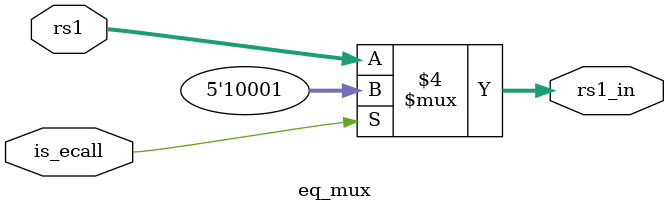
<source format=v>
module eq_mux(
    input is_ecall,
    input [4:0]rs1,
    output reg[4:0]rs1_in
);
    always @(*) begin
        rs1_in = rs1;

        if(is_ecall==1) begin
            rs1_in =17;
        end
    end

endmodule

</source>
